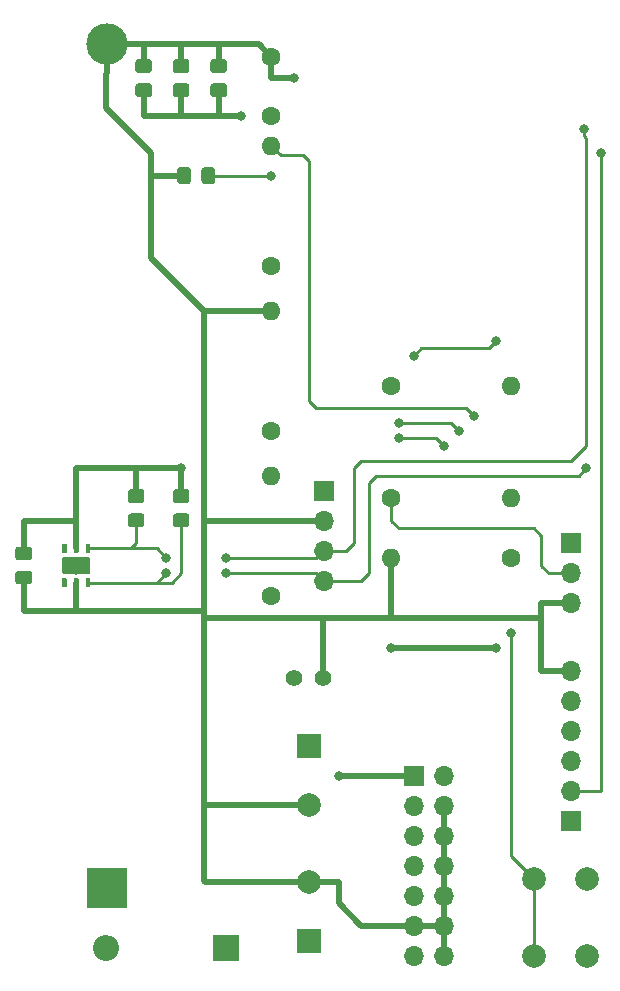
<source format=gbl>
G04 #@! TF.GenerationSoftware,KiCad,Pcbnew,(5.0.0-3-g5ebb6b6)*
G04 #@! TF.CreationDate,2018-08-02T21:25:15+02:00*
G04 #@! TF.ProjectId,esp32-sensornode,65737033322D73656E736F726E6F6465,rev?*
G04 #@! TF.SameCoordinates,Original*
G04 #@! TF.FileFunction,Copper,L2,Bot,Signal*
G04 #@! TF.FilePolarity,Positive*
%FSLAX46Y46*%
G04 Gerber Fmt 4.6, Leading zero omitted, Abs format (unit mm)*
G04 Created by KiCad (PCBNEW (5.0.0-3-g5ebb6b6)) date Thursday, 02 August 2018 at 21:25:15*
%MOMM*%
%LPD*%
G01*
G04 APERTURE LIST*
G04 #@! TA.AperFunction,ComponentPad*
%ADD10C,3.500000*%
G04 #@! TD*
G04 #@! TA.AperFunction,ComponentPad*
%ADD11R,3.500000X3.500000*%
G04 #@! TD*
G04 #@! TA.AperFunction,ComponentPad*
%ADD12C,1.400000*%
G04 #@! TD*
G04 #@! TA.AperFunction,ComponentPad*
%ADD13R,2.200000X2.200000*%
G04 #@! TD*
G04 #@! TA.AperFunction,ComponentPad*
%ADD14O,2.200000X2.200000*%
G04 #@! TD*
G04 #@! TA.AperFunction,ComponentPad*
%ADD15R,1.700000X1.700000*%
G04 #@! TD*
G04 #@! TA.AperFunction,ComponentPad*
%ADD16O,1.700000X1.700000*%
G04 #@! TD*
G04 #@! TA.AperFunction,ComponentPad*
%ADD17C,1.600000*%
G04 #@! TD*
G04 #@! TA.AperFunction,ComponentPad*
%ADD18O,1.600000X1.600000*%
G04 #@! TD*
G04 #@! TA.AperFunction,Conductor*
%ADD19C,0.100000*%
G04 #@! TD*
G04 #@! TA.AperFunction,SMDPad,CuDef*
%ADD20C,1.500000*%
G04 #@! TD*
G04 #@! TA.AperFunction,SMDPad,CuDef*
%ADD21C,0.400000*%
G04 #@! TD*
G04 #@! TA.AperFunction,ComponentPad*
%ADD22C,2.000000*%
G04 #@! TD*
G04 #@! TA.AperFunction,SMDPad,CuDef*
%ADD23C,1.150000*%
G04 #@! TD*
G04 #@! TA.AperFunction,ComponentPad*
%ADD24R,2.000000X2.000000*%
G04 #@! TD*
G04 #@! TA.AperFunction,ViaPad*
%ADD25C,0.800000*%
G04 #@! TD*
G04 #@! TA.AperFunction,Conductor*
%ADD26C,0.500000*%
G04 #@! TD*
G04 #@! TA.AperFunction,Conductor*
%ADD27C,0.250000*%
G04 #@! TD*
G04 APERTURE END LIST*
D10*
G04 #@! TO.P,BT1,2*
G04 #@! TO.N,GND*
X189280000Y-53650000D03*
D11*
G04 #@! TO.P,BT1,1*
G04 #@! TO.N,Net-(BT1-Pad1)*
X189280000Y-125050000D03*
G04 #@! TD*
D12*
G04 #@! TO.P,C3,1*
G04 #@! TO.N,VDD*
X205105000Y-107315000D03*
G04 #@! TO.P,C3,2*
G04 #@! TO.N,GND*
X207605000Y-107315000D03*
G04 #@! TD*
D13*
G04 #@! TO.P,D1,1*
G04 #@! TO.N,VDD*
X199390000Y-130175000D03*
D14*
G04 #@! TO.P,D1,2*
G04 #@! TO.N,Net-(BT1-Pad1)*
X189230000Y-130175000D03*
G04 #@! TD*
D15*
G04 #@! TO.P,J2,1*
G04 #@! TO.N,N/C*
X228600000Y-119380000D03*
D16*
G04 #@! TO.P,J2,2*
G04 #@! TO.N,/TX*
X228600000Y-116840000D03*
G04 #@! TO.P,J2,3*
G04 #@! TO.N,/RX*
X228600000Y-114300000D03*
G04 #@! TO.P,J2,4*
G04 #@! TO.N,N/C*
X228600000Y-111760000D03*
G04 #@! TO.P,J2,5*
X228600000Y-109220000D03*
G04 #@! TO.P,J2,6*
G04 #@! TO.N,GND*
X228600000Y-106680000D03*
G04 #@! TD*
D15*
G04 #@! TO.P,J3,1*
G04 #@! TO.N,VDD*
X207645000Y-91440000D03*
D16*
G04 #@! TO.P,J3,2*
G04 #@! TO.N,GND*
X207645000Y-93980000D03*
G04 #@! TO.P,J3,3*
G04 #@! TO.N,SCL*
X207645000Y-96520000D03*
G04 #@! TO.P,J3,4*
G04 #@! TO.N,SDA*
X207645000Y-99060000D03*
G04 #@! TD*
D15*
G04 #@! TO.P,J4,1*
G04 #@! TO.N,VDD*
X228600000Y-95885000D03*
D16*
G04 #@! TO.P,J4,2*
G04 #@! TO.N,Net-(J4-Pad2)*
X228600000Y-98425000D03*
G04 #@! TO.P,J4,3*
G04 #@! TO.N,GND*
X228600000Y-100965000D03*
G04 #@! TD*
D17*
G04 #@! TO.P,R1,1*
G04 #@! TO.N,VDD*
X203200000Y-72390000D03*
D18*
G04 #@! TO.P,R1,2*
G04 #@! TO.N,Net-(C1-Pad1)*
X203200000Y-62230000D03*
G04 #@! TD*
G04 #@! TO.P,R2,2*
G04 #@! TO.N,Net-(R2-Pad2)*
X223520000Y-82550000D03*
D17*
G04 #@! TO.P,R2,1*
G04 #@! TO.N,GND*
X213360000Y-82550000D03*
G04 #@! TD*
D18*
G04 #@! TO.P,R3,2*
G04 #@! TO.N,/BOOT*
X223520000Y-92075000D03*
D17*
G04 #@! TO.P,R3,1*
G04 #@! TO.N,Net-(J4-Pad2)*
X213360000Y-92075000D03*
G04 #@! TD*
G04 #@! TO.P,R6,1*
G04 #@! TO.N,VDD*
X203200000Y-100330000D03*
D18*
G04 #@! TO.P,R6,2*
G04 #@! TO.N,VCC_SENS*
X203200000Y-90170000D03*
G04 #@! TD*
D17*
G04 #@! TO.P,R7,1*
G04 #@! TO.N,VCC_SENS*
X203200000Y-86360000D03*
D18*
G04 #@! TO.P,R7,2*
G04 #@! TO.N,GND*
X203200000Y-76200000D03*
G04 #@! TD*
D19*
G04 #@! TO.N,N/C*
G04 #@! TO.C,U2*
G36*
X187664504Y-97041204D02*
X187688773Y-97044804D01*
X187712571Y-97050765D01*
X187735671Y-97059030D01*
X187757849Y-97069520D01*
X187778893Y-97082133D01*
X187798598Y-97096747D01*
X187816777Y-97113223D01*
X187833253Y-97131402D01*
X187847867Y-97151107D01*
X187860480Y-97172151D01*
X187870970Y-97194329D01*
X187879235Y-97217429D01*
X187885196Y-97241227D01*
X187888796Y-97265496D01*
X187890000Y-97290000D01*
X187890000Y-98290000D01*
X187888796Y-98314504D01*
X187885196Y-98338773D01*
X187879235Y-98362571D01*
X187870970Y-98385671D01*
X187860480Y-98407849D01*
X187847867Y-98428893D01*
X187833253Y-98448598D01*
X187816777Y-98466777D01*
X187798598Y-98483253D01*
X187778893Y-98497867D01*
X187757849Y-98510480D01*
X187735671Y-98520970D01*
X187712571Y-98529235D01*
X187688773Y-98535196D01*
X187664504Y-98538796D01*
X187640000Y-98540000D01*
X185740000Y-98540000D01*
X185715496Y-98538796D01*
X185691227Y-98535196D01*
X185667429Y-98529235D01*
X185644329Y-98520970D01*
X185622151Y-98510480D01*
X185601107Y-98497867D01*
X185581402Y-98483253D01*
X185563223Y-98466777D01*
X185546747Y-98448598D01*
X185532133Y-98428893D01*
X185519520Y-98407849D01*
X185509030Y-98385671D01*
X185500765Y-98362571D01*
X185494804Y-98338773D01*
X185491204Y-98314504D01*
X185490000Y-98290000D01*
X185490000Y-97290000D01*
X185491204Y-97265496D01*
X185494804Y-97241227D01*
X185500765Y-97217429D01*
X185509030Y-97194329D01*
X185519520Y-97172151D01*
X185532133Y-97151107D01*
X185546747Y-97131402D01*
X185563223Y-97113223D01*
X185581402Y-97096747D01*
X185601107Y-97082133D01*
X185622151Y-97069520D01*
X185644329Y-97059030D01*
X185667429Y-97050765D01*
X185691227Y-97044804D01*
X185715496Y-97041204D01*
X185740000Y-97040000D01*
X187640000Y-97040000D01*
X187664504Y-97041204D01*
X187664504Y-97041204D01*
G37*
D20*
G04 #@! TD*
G04 #@! TO.P,U2,7*
G04 #@! TO.N,N/C*
X186690000Y-97790000D03*
D19*
G04 #@! TO.N,SDA*
G04 #@! TO.C,U2*
G36*
X187799802Y-98840482D02*
X187809509Y-98841921D01*
X187819028Y-98844306D01*
X187828268Y-98847612D01*
X187837140Y-98851808D01*
X187845557Y-98856853D01*
X187853439Y-98862699D01*
X187860711Y-98869289D01*
X187867301Y-98876561D01*
X187873147Y-98884443D01*
X187878192Y-98892860D01*
X187882388Y-98901732D01*
X187885694Y-98910972D01*
X187888079Y-98920491D01*
X187889518Y-98930198D01*
X187890000Y-98940000D01*
X187890000Y-99540000D01*
X187889518Y-99549802D01*
X187888079Y-99559509D01*
X187885694Y-99569028D01*
X187882388Y-99578268D01*
X187878192Y-99587140D01*
X187873147Y-99595557D01*
X187867301Y-99603439D01*
X187860711Y-99610711D01*
X187853439Y-99617301D01*
X187845557Y-99623147D01*
X187837140Y-99628192D01*
X187828268Y-99632388D01*
X187819028Y-99635694D01*
X187809509Y-99638079D01*
X187799802Y-99639518D01*
X187790000Y-99640000D01*
X187590000Y-99640000D01*
X187580198Y-99639518D01*
X187570491Y-99638079D01*
X187560972Y-99635694D01*
X187551732Y-99632388D01*
X187542860Y-99628192D01*
X187534443Y-99623147D01*
X187526561Y-99617301D01*
X187519289Y-99610711D01*
X187512699Y-99603439D01*
X187506853Y-99595557D01*
X187501808Y-99587140D01*
X187497612Y-99578268D01*
X187494306Y-99569028D01*
X187491921Y-99559509D01*
X187490482Y-99549802D01*
X187490000Y-99540000D01*
X187490000Y-98940000D01*
X187490482Y-98930198D01*
X187491921Y-98920491D01*
X187494306Y-98910972D01*
X187497612Y-98901732D01*
X187501808Y-98892860D01*
X187506853Y-98884443D01*
X187512699Y-98876561D01*
X187519289Y-98869289D01*
X187526561Y-98862699D01*
X187534443Y-98856853D01*
X187542860Y-98851808D01*
X187551732Y-98847612D01*
X187560972Y-98844306D01*
X187570491Y-98841921D01*
X187580198Y-98840482D01*
X187590000Y-98840000D01*
X187790000Y-98840000D01*
X187799802Y-98840482D01*
X187799802Y-98840482D01*
G37*
D21*
G04 #@! TD*
G04 #@! TO.P,U2,1*
G04 #@! TO.N,SDA*
X187690000Y-99240000D03*
D19*
G04 #@! TO.N,GND*
G04 #@! TO.C,U2*
G36*
X186799802Y-98840482D02*
X186809509Y-98841921D01*
X186819028Y-98844306D01*
X186828268Y-98847612D01*
X186837140Y-98851808D01*
X186845557Y-98856853D01*
X186853439Y-98862699D01*
X186860711Y-98869289D01*
X186867301Y-98876561D01*
X186873147Y-98884443D01*
X186878192Y-98892860D01*
X186882388Y-98901732D01*
X186885694Y-98910972D01*
X186888079Y-98920491D01*
X186889518Y-98930198D01*
X186890000Y-98940000D01*
X186890000Y-99540000D01*
X186889518Y-99549802D01*
X186888079Y-99559509D01*
X186885694Y-99569028D01*
X186882388Y-99578268D01*
X186878192Y-99587140D01*
X186873147Y-99595557D01*
X186867301Y-99603439D01*
X186860711Y-99610711D01*
X186853439Y-99617301D01*
X186845557Y-99623147D01*
X186837140Y-99628192D01*
X186828268Y-99632388D01*
X186819028Y-99635694D01*
X186809509Y-99638079D01*
X186799802Y-99639518D01*
X186790000Y-99640000D01*
X186590000Y-99640000D01*
X186580198Y-99639518D01*
X186570491Y-99638079D01*
X186560972Y-99635694D01*
X186551732Y-99632388D01*
X186542860Y-99628192D01*
X186534443Y-99623147D01*
X186526561Y-99617301D01*
X186519289Y-99610711D01*
X186512699Y-99603439D01*
X186506853Y-99595557D01*
X186501808Y-99587140D01*
X186497612Y-99578268D01*
X186494306Y-99569028D01*
X186491921Y-99559509D01*
X186490482Y-99549802D01*
X186490000Y-99540000D01*
X186490000Y-98940000D01*
X186490482Y-98930198D01*
X186491921Y-98920491D01*
X186494306Y-98910972D01*
X186497612Y-98901732D01*
X186501808Y-98892860D01*
X186506853Y-98884443D01*
X186512699Y-98876561D01*
X186519289Y-98869289D01*
X186526561Y-98862699D01*
X186534443Y-98856853D01*
X186542860Y-98851808D01*
X186551732Y-98847612D01*
X186560972Y-98844306D01*
X186570491Y-98841921D01*
X186580198Y-98840482D01*
X186590000Y-98840000D01*
X186790000Y-98840000D01*
X186799802Y-98840482D01*
X186799802Y-98840482D01*
G37*
D21*
G04 #@! TD*
G04 #@! TO.P,U2,2*
G04 #@! TO.N,GND*
X186690000Y-99240000D03*
D19*
G04 #@! TO.N,N/C*
G04 #@! TO.C,U2*
G36*
X185799802Y-98840482D02*
X185809509Y-98841921D01*
X185819028Y-98844306D01*
X185828268Y-98847612D01*
X185837140Y-98851808D01*
X185845557Y-98856853D01*
X185853439Y-98862699D01*
X185860711Y-98869289D01*
X185867301Y-98876561D01*
X185873147Y-98884443D01*
X185878192Y-98892860D01*
X185882388Y-98901732D01*
X185885694Y-98910972D01*
X185888079Y-98920491D01*
X185889518Y-98930198D01*
X185890000Y-98940000D01*
X185890000Y-99540000D01*
X185889518Y-99549802D01*
X185888079Y-99559509D01*
X185885694Y-99569028D01*
X185882388Y-99578268D01*
X185878192Y-99587140D01*
X185873147Y-99595557D01*
X185867301Y-99603439D01*
X185860711Y-99610711D01*
X185853439Y-99617301D01*
X185845557Y-99623147D01*
X185837140Y-99628192D01*
X185828268Y-99632388D01*
X185819028Y-99635694D01*
X185809509Y-99638079D01*
X185799802Y-99639518D01*
X185790000Y-99640000D01*
X185590000Y-99640000D01*
X185580198Y-99639518D01*
X185570491Y-99638079D01*
X185560972Y-99635694D01*
X185551732Y-99632388D01*
X185542860Y-99628192D01*
X185534443Y-99623147D01*
X185526561Y-99617301D01*
X185519289Y-99610711D01*
X185512699Y-99603439D01*
X185506853Y-99595557D01*
X185501808Y-99587140D01*
X185497612Y-99578268D01*
X185494306Y-99569028D01*
X185491921Y-99559509D01*
X185490482Y-99549802D01*
X185490000Y-99540000D01*
X185490000Y-98940000D01*
X185490482Y-98930198D01*
X185491921Y-98920491D01*
X185494306Y-98910972D01*
X185497612Y-98901732D01*
X185501808Y-98892860D01*
X185506853Y-98884443D01*
X185512699Y-98876561D01*
X185519289Y-98869289D01*
X185526561Y-98862699D01*
X185534443Y-98856853D01*
X185542860Y-98851808D01*
X185551732Y-98847612D01*
X185560972Y-98844306D01*
X185570491Y-98841921D01*
X185580198Y-98840482D01*
X185590000Y-98840000D01*
X185790000Y-98840000D01*
X185799802Y-98840482D01*
X185799802Y-98840482D01*
G37*
D21*
G04 #@! TD*
G04 #@! TO.P,U2,3*
G04 #@! TO.N,N/C*
X185690000Y-99240000D03*
D19*
G04 #@! TO.N,N/C*
G04 #@! TO.C,U2*
G36*
X185799802Y-95940482D02*
X185809509Y-95941921D01*
X185819028Y-95944306D01*
X185828268Y-95947612D01*
X185837140Y-95951808D01*
X185845557Y-95956853D01*
X185853439Y-95962699D01*
X185860711Y-95969289D01*
X185867301Y-95976561D01*
X185873147Y-95984443D01*
X185878192Y-95992860D01*
X185882388Y-96001732D01*
X185885694Y-96010972D01*
X185888079Y-96020491D01*
X185889518Y-96030198D01*
X185890000Y-96040000D01*
X185890000Y-96640000D01*
X185889518Y-96649802D01*
X185888079Y-96659509D01*
X185885694Y-96669028D01*
X185882388Y-96678268D01*
X185878192Y-96687140D01*
X185873147Y-96695557D01*
X185867301Y-96703439D01*
X185860711Y-96710711D01*
X185853439Y-96717301D01*
X185845557Y-96723147D01*
X185837140Y-96728192D01*
X185828268Y-96732388D01*
X185819028Y-96735694D01*
X185809509Y-96738079D01*
X185799802Y-96739518D01*
X185790000Y-96740000D01*
X185590000Y-96740000D01*
X185580198Y-96739518D01*
X185570491Y-96738079D01*
X185560972Y-96735694D01*
X185551732Y-96732388D01*
X185542860Y-96728192D01*
X185534443Y-96723147D01*
X185526561Y-96717301D01*
X185519289Y-96710711D01*
X185512699Y-96703439D01*
X185506853Y-96695557D01*
X185501808Y-96687140D01*
X185497612Y-96678268D01*
X185494306Y-96669028D01*
X185491921Y-96659509D01*
X185490482Y-96649802D01*
X185490000Y-96640000D01*
X185490000Y-96040000D01*
X185490482Y-96030198D01*
X185491921Y-96020491D01*
X185494306Y-96010972D01*
X185497612Y-96001732D01*
X185501808Y-95992860D01*
X185506853Y-95984443D01*
X185512699Y-95976561D01*
X185519289Y-95969289D01*
X185526561Y-95962699D01*
X185534443Y-95956853D01*
X185542860Y-95951808D01*
X185551732Y-95947612D01*
X185560972Y-95944306D01*
X185570491Y-95941921D01*
X185580198Y-95940482D01*
X185590000Y-95940000D01*
X185790000Y-95940000D01*
X185799802Y-95940482D01*
X185799802Y-95940482D01*
G37*
D21*
G04 #@! TD*
G04 #@! TO.P,U2,4*
G04 #@! TO.N,N/C*
X185690000Y-96340000D03*
D19*
G04 #@! TO.N,VDD*
G04 #@! TO.C,U2*
G36*
X186799802Y-95940482D02*
X186809509Y-95941921D01*
X186819028Y-95944306D01*
X186828268Y-95947612D01*
X186837140Y-95951808D01*
X186845557Y-95956853D01*
X186853439Y-95962699D01*
X186860711Y-95969289D01*
X186867301Y-95976561D01*
X186873147Y-95984443D01*
X186878192Y-95992860D01*
X186882388Y-96001732D01*
X186885694Y-96010972D01*
X186888079Y-96020491D01*
X186889518Y-96030198D01*
X186890000Y-96040000D01*
X186890000Y-96640000D01*
X186889518Y-96649802D01*
X186888079Y-96659509D01*
X186885694Y-96669028D01*
X186882388Y-96678268D01*
X186878192Y-96687140D01*
X186873147Y-96695557D01*
X186867301Y-96703439D01*
X186860711Y-96710711D01*
X186853439Y-96717301D01*
X186845557Y-96723147D01*
X186837140Y-96728192D01*
X186828268Y-96732388D01*
X186819028Y-96735694D01*
X186809509Y-96738079D01*
X186799802Y-96739518D01*
X186790000Y-96740000D01*
X186590000Y-96740000D01*
X186580198Y-96739518D01*
X186570491Y-96738079D01*
X186560972Y-96735694D01*
X186551732Y-96732388D01*
X186542860Y-96728192D01*
X186534443Y-96723147D01*
X186526561Y-96717301D01*
X186519289Y-96710711D01*
X186512699Y-96703439D01*
X186506853Y-96695557D01*
X186501808Y-96687140D01*
X186497612Y-96678268D01*
X186494306Y-96669028D01*
X186491921Y-96659509D01*
X186490482Y-96649802D01*
X186490000Y-96640000D01*
X186490000Y-96040000D01*
X186490482Y-96030198D01*
X186491921Y-96020491D01*
X186494306Y-96010972D01*
X186497612Y-96001732D01*
X186501808Y-95992860D01*
X186506853Y-95984443D01*
X186512699Y-95976561D01*
X186519289Y-95969289D01*
X186526561Y-95962699D01*
X186534443Y-95956853D01*
X186542860Y-95951808D01*
X186551732Y-95947612D01*
X186560972Y-95944306D01*
X186570491Y-95941921D01*
X186580198Y-95940482D01*
X186590000Y-95940000D01*
X186790000Y-95940000D01*
X186799802Y-95940482D01*
X186799802Y-95940482D01*
G37*
D21*
G04 #@! TD*
G04 #@! TO.P,U2,5*
G04 #@! TO.N,VDD*
X186690000Y-96340000D03*
D19*
G04 #@! TO.N,SCL*
G04 #@! TO.C,U2*
G36*
X187799802Y-95940482D02*
X187809509Y-95941921D01*
X187819028Y-95944306D01*
X187828268Y-95947612D01*
X187837140Y-95951808D01*
X187845557Y-95956853D01*
X187853439Y-95962699D01*
X187860711Y-95969289D01*
X187867301Y-95976561D01*
X187873147Y-95984443D01*
X187878192Y-95992860D01*
X187882388Y-96001732D01*
X187885694Y-96010972D01*
X187888079Y-96020491D01*
X187889518Y-96030198D01*
X187890000Y-96040000D01*
X187890000Y-96640000D01*
X187889518Y-96649802D01*
X187888079Y-96659509D01*
X187885694Y-96669028D01*
X187882388Y-96678268D01*
X187878192Y-96687140D01*
X187873147Y-96695557D01*
X187867301Y-96703439D01*
X187860711Y-96710711D01*
X187853439Y-96717301D01*
X187845557Y-96723147D01*
X187837140Y-96728192D01*
X187828268Y-96732388D01*
X187819028Y-96735694D01*
X187809509Y-96738079D01*
X187799802Y-96739518D01*
X187790000Y-96740000D01*
X187590000Y-96740000D01*
X187580198Y-96739518D01*
X187570491Y-96738079D01*
X187560972Y-96735694D01*
X187551732Y-96732388D01*
X187542860Y-96728192D01*
X187534443Y-96723147D01*
X187526561Y-96717301D01*
X187519289Y-96710711D01*
X187512699Y-96703439D01*
X187506853Y-96695557D01*
X187501808Y-96687140D01*
X187497612Y-96678268D01*
X187494306Y-96669028D01*
X187491921Y-96659509D01*
X187490482Y-96649802D01*
X187490000Y-96640000D01*
X187490000Y-96040000D01*
X187490482Y-96030198D01*
X187491921Y-96020491D01*
X187494306Y-96010972D01*
X187497612Y-96001732D01*
X187501808Y-95992860D01*
X187506853Y-95984443D01*
X187512699Y-95976561D01*
X187519289Y-95969289D01*
X187526561Y-95962699D01*
X187534443Y-95956853D01*
X187542860Y-95951808D01*
X187551732Y-95947612D01*
X187560972Y-95944306D01*
X187570491Y-95941921D01*
X187580198Y-95940482D01*
X187590000Y-95940000D01*
X187790000Y-95940000D01*
X187799802Y-95940482D01*
X187799802Y-95940482D01*
G37*
D21*
G04 #@! TD*
G04 #@! TO.P,U2,6*
G04 #@! TO.N,SCL*
X187690000Y-96340000D03*
D22*
G04 #@! TO.P,SW1,2*
G04 #@! TO.N,Net-(C1-Pad1)*
X229925000Y-130810000D03*
G04 #@! TO.P,SW1,1*
G04 #@! TO.N,Net-(R8-Pad1)*
X225425000Y-130810000D03*
G04 #@! TO.P,SW1,2*
G04 #@! TO.N,Net-(C1-Pad1)*
X229925000Y-124310000D03*
G04 #@! TO.P,SW1,1*
G04 #@! TO.N,Net-(R8-Pad1)*
X225425000Y-124310000D03*
G04 #@! TD*
D17*
G04 #@! TO.P,R8,1*
G04 #@! TO.N,Net-(R8-Pad1)*
X223520000Y-97155000D03*
D18*
G04 #@! TO.P,R8,2*
G04 #@! TO.N,GND*
X213360000Y-97155000D03*
G04 #@! TD*
D19*
G04 #@! TO.N,VCC_SENS*
G04 #@! TO.C,C4*
G36*
X198224505Y-64071204D02*
X198248773Y-64074804D01*
X198272572Y-64080765D01*
X198295671Y-64089030D01*
X198317850Y-64099520D01*
X198338893Y-64112132D01*
X198358599Y-64126747D01*
X198376777Y-64143223D01*
X198393253Y-64161401D01*
X198407868Y-64181107D01*
X198420480Y-64202150D01*
X198430970Y-64224329D01*
X198439235Y-64247428D01*
X198445196Y-64271227D01*
X198448796Y-64295495D01*
X198450000Y-64319999D01*
X198450000Y-65220001D01*
X198448796Y-65244505D01*
X198445196Y-65268773D01*
X198439235Y-65292572D01*
X198430970Y-65315671D01*
X198420480Y-65337850D01*
X198407868Y-65358893D01*
X198393253Y-65378599D01*
X198376777Y-65396777D01*
X198358599Y-65413253D01*
X198338893Y-65427868D01*
X198317850Y-65440480D01*
X198295671Y-65450970D01*
X198272572Y-65459235D01*
X198248773Y-65465196D01*
X198224505Y-65468796D01*
X198200001Y-65470000D01*
X197549999Y-65470000D01*
X197525495Y-65468796D01*
X197501227Y-65465196D01*
X197477428Y-65459235D01*
X197454329Y-65450970D01*
X197432150Y-65440480D01*
X197411107Y-65427868D01*
X197391401Y-65413253D01*
X197373223Y-65396777D01*
X197356747Y-65378599D01*
X197342132Y-65358893D01*
X197329520Y-65337850D01*
X197319030Y-65315671D01*
X197310765Y-65292572D01*
X197304804Y-65268773D01*
X197301204Y-65244505D01*
X197300000Y-65220001D01*
X197300000Y-64319999D01*
X197301204Y-64295495D01*
X197304804Y-64271227D01*
X197310765Y-64247428D01*
X197319030Y-64224329D01*
X197329520Y-64202150D01*
X197342132Y-64181107D01*
X197356747Y-64161401D01*
X197373223Y-64143223D01*
X197391401Y-64126747D01*
X197411107Y-64112132D01*
X197432150Y-64099520D01*
X197454329Y-64089030D01*
X197477428Y-64080765D01*
X197501227Y-64074804D01*
X197525495Y-64071204D01*
X197549999Y-64070000D01*
X198200001Y-64070000D01*
X198224505Y-64071204D01*
X198224505Y-64071204D01*
G37*
D23*
G04 #@! TD*
G04 #@! TO.P,C4,1*
G04 #@! TO.N,VCC_SENS*
X197875000Y-64770000D03*
D19*
G04 #@! TO.N,GND*
G04 #@! TO.C,C4*
G36*
X196174505Y-64071204D02*
X196198773Y-64074804D01*
X196222572Y-64080765D01*
X196245671Y-64089030D01*
X196267850Y-64099520D01*
X196288893Y-64112132D01*
X196308599Y-64126747D01*
X196326777Y-64143223D01*
X196343253Y-64161401D01*
X196357868Y-64181107D01*
X196370480Y-64202150D01*
X196380970Y-64224329D01*
X196389235Y-64247428D01*
X196395196Y-64271227D01*
X196398796Y-64295495D01*
X196400000Y-64319999D01*
X196400000Y-65220001D01*
X196398796Y-65244505D01*
X196395196Y-65268773D01*
X196389235Y-65292572D01*
X196380970Y-65315671D01*
X196370480Y-65337850D01*
X196357868Y-65358893D01*
X196343253Y-65378599D01*
X196326777Y-65396777D01*
X196308599Y-65413253D01*
X196288893Y-65427868D01*
X196267850Y-65440480D01*
X196245671Y-65450970D01*
X196222572Y-65459235D01*
X196198773Y-65465196D01*
X196174505Y-65468796D01*
X196150001Y-65470000D01*
X195499999Y-65470000D01*
X195475495Y-65468796D01*
X195451227Y-65465196D01*
X195427428Y-65459235D01*
X195404329Y-65450970D01*
X195382150Y-65440480D01*
X195361107Y-65427868D01*
X195341401Y-65413253D01*
X195323223Y-65396777D01*
X195306747Y-65378599D01*
X195292132Y-65358893D01*
X195279520Y-65337850D01*
X195269030Y-65315671D01*
X195260765Y-65292572D01*
X195254804Y-65268773D01*
X195251204Y-65244505D01*
X195250000Y-65220001D01*
X195250000Y-64319999D01*
X195251204Y-64295495D01*
X195254804Y-64271227D01*
X195260765Y-64247428D01*
X195269030Y-64224329D01*
X195279520Y-64202150D01*
X195292132Y-64181107D01*
X195306747Y-64161401D01*
X195323223Y-64143223D01*
X195341401Y-64126747D01*
X195361107Y-64112132D01*
X195382150Y-64099520D01*
X195404329Y-64089030D01*
X195427428Y-64080765D01*
X195451227Y-64074804D01*
X195475495Y-64071204D01*
X195499999Y-64070000D01*
X196150001Y-64070000D01*
X196174505Y-64071204D01*
X196174505Y-64071204D01*
G37*
D23*
G04 #@! TD*
G04 #@! TO.P,C4,2*
G04 #@! TO.N,GND*
X195825000Y-64770000D03*
D19*
G04 #@! TO.N,VDD*
G04 #@! TO.C,C2*
G36*
X182719505Y-96191204D02*
X182743773Y-96194804D01*
X182767572Y-96200765D01*
X182790671Y-96209030D01*
X182812850Y-96219520D01*
X182833893Y-96232132D01*
X182853599Y-96246747D01*
X182871777Y-96263223D01*
X182888253Y-96281401D01*
X182902868Y-96301107D01*
X182915480Y-96322150D01*
X182925970Y-96344329D01*
X182934235Y-96367428D01*
X182940196Y-96391227D01*
X182943796Y-96415495D01*
X182945000Y-96439999D01*
X182945000Y-97090001D01*
X182943796Y-97114505D01*
X182940196Y-97138773D01*
X182934235Y-97162572D01*
X182925970Y-97185671D01*
X182915480Y-97207850D01*
X182902868Y-97228893D01*
X182888253Y-97248599D01*
X182871777Y-97266777D01*
X182853599Y-97283253D01*
X182833893Y-97297868D01*
X182812850Y-97310480D01*
X182790671Y-97320970D01*
X182767572Y-97329235D01*
X182743773Y-97335196D01*
X182719505Y-97338796D01*
X182695001Y-97340000D01*
X181794999Y-97340000D01*
X181770495Y-97338796D01*
X181746227Y-97335196D01*
X181722428Y-97329235D01*
X181699329Y-97320970D01*
X181677150Y-97310480D01*
X181656107Y-97297868D01*
X181636401Y-97283253D01*
X181618223Y-97266777D01*
X181601747Y-97248599D01*
X181587132Y-97228893D01*
X181574520Y-97207850D01*
X181564030Y-97185671D01*
X181555765Y-97162572D01*
X181549804Y-97138773D01*
X181546204Y-97114505D01*
X181545000Y-97090001D01*
X181545000Y-96439999D01*
X181546204Y-96415495D01*
X181549804Y-96391227D01*
X181555765Y-96367428D01*
X181564030Y-96344329D01*
X181574520Y-96322150D01*
X181587132Y-96301107D01*
X181601747Y-96281401D01*
X181618223Y-96263223D01*
X181636401Y-96246747D01*
X181656107Y-96232132D01*
X181677150Y-96219520D01*
X181699329Y-96209030D01*
X181722428Y-96200765D01*
X181746227Y-96194804D01*
X181770495Y-96191204D01*
X181794999Y-96190000D01*
X182695001Y-96190000D01*
X182719505Y-96191204D01*
X182719505Y-96191204D01*
G37*
D23*
G04 #@! TD*
G04 #@! TO.P,C2,1*
G04 #@! TO.N,VDD*
X182245000Y-96765000D03*
D19*
G04 #@! TO.N,GND*
G04 #@! TO.C,C2*
G36*
X182719505Y-98241204D02*
X182743773Y-98244804D01*
X182767572Y-98250765D01*
X182790671Y-98259030D01*
X182812850Y-98269520D01*
X182833893Y-98282132D01*
X182853599Y-98296747D01*
X182871777Y-98313223D01*
X182888253Y-98331401D01*
X182902868Y-98351107D01*
X182915480Y-98372150D01*
X182925970Y-98394329D01*
X182934235Y-98417428D01*
X182940196Y-98441227D01*
X182943796Y-98465495D01*
X182945000Y-98489999D01*
X182945000Y-99140001D01*
X182943796Y-99164505D01*
X182940196Y-99188773D01*
X182934235Y-99212572D01*
X182925970Y-99235671D01*
X182915480Y-99257850D01*
X182902868Y-99278893D01*
X182888253Y-99298599D01*
X182871777Y-99316777D01*
X182853599Y-99333253D01*
X182833893Y-99347868D01*
X182812850Y-99360480D01*
X182790671Y-99370970D01*
X182767572Y-99379235D01*
X182743773Y-99385196D01*
X182719505Y-99388796D01*
X182695001Y-99390000D01*
X181794999Y-99390000D01*
X181770495Y-99388796D01*
X181746227Y-99385196D01*
X181722428Y-99379235D01*
X181699329Y-99370970D01*
X181677150Y-99360480D01*
X181656107Y-99347868D01*
X181636401Y-99333253D01*
X181618223Y-99316777D01*
X181601747Y-99298599D01*
X181587132Y-99278893D01*
X181574520Y-99257850D01*
X181564030Y-99235671D01*
X181555765Y-99212572D01*
X181549804Y-99188773D01*
X181546204Y-99164505D01*
X181545000Y-99140001D01*
X181545000Y-98489999D01*
X181546204Y-98465495D01*
X181549804Y-98441227D01*
X181555765Y-98417428D01*
X181564030Y-98394329D01*
X181574520Y-98372150D01*
X181587132Y-98351107D01*
X181601747Y-98331401D01*
X181618223Y-98313223D01*
X181636401Y-98296747D01*
X181656107Y-98282132D01*
X181677150Y-98269520D01*
X181699329Y-98259030D01*
X181722428Y-98250765D01*
X181746227Y-98244804D01*
X181770495Y-98241204D01*
X181794999Y-98240000D01*
X182695001Y-98240000D01*
X182719505Y-98241204D01*
X182719505Y-98241204D01*
G37*
D23*
G04 #@! TD*
G04 #@! TO.P,C2,2*
G04 #@! TO.N,GND*
X182245000Y-98815000D03*
D15*
G04 #@! TO.P,J1,1*
G04 #@! TO.N,VDD*
X215265000Y-115570000D03*
D16*
G04 #@! TO.P,J1,2*
G04 #@! TO.N,N/C*
X217805000Y-115570000D03*
G04 #@! TO.P,J1,3*
G04 #@! TO.N,Net-(C1-Pad1)*
X215265000Y-118110000D03*
G04 #@! TO.P,J1,4*
G04 #@! TO.N,GND*
X217805000Y-118110000D03*
G04 #@! TO.P,J1,5*
G04 #@! TO.N,Net-(J1-Pad5)*
X215265000Y-120650000D03*
G04 #@! TO.P,J1,6*
G04 #@! TO.N,GND*
X217805000Y-120650000D03*
G04 #@! TO.P,J1,7*
G04 #@! TO.N,Net-(J1-Pad7)*
X215265000Y-123190000D03*
G04 #@! TO.P,J1,8*
G04 #@! TO.N,GND*
X217805000Y-123190000D03*
G04 #@! TO.P,J1,9*
G04 #@! TO.N,Net-(J1-Pad9)*
X215265000Y-125730000D03*
G04 #@! TO.P,J1,10*
G04 #@! TO.N,GND*
X217805000Y-125730000D03*
G04 #@! TO.P,J1,11*
X215265000Y-128270000D03*
G04 #@! TO.P,J1,12*
X217805000Y-128270000D03*
G04 #@! TO.P,J1,13*
G04 #@! TO.N,Net-(J1-Pad13)*
X215265000Y-130810000D03*
G04 #@! TO.P,J1,14*
G04 #@! TO.N,GND*
X217805000Y-130810000D03*
G04 #@! TD*
D19*
G04 #@! TO.N,SCL*
G04 #@! TO.C,R4*
G36*
X192244505Y-93378704D02*
X192268773Y-93382304D01*
X192292572Y-93388265D01*
X192315671Y-93396530D01*
X192337850Y-93407020D01*
X192358893Y-93419632D01*
X192378599Y-93434247D01*
X192396777Y-93450723D01*
X192413253Y-93468901D01*
X192427868Y-93488607D01*
X192440480Y-93509650D01*
X192450970Y-93531829D01*
X192459235Y-93554928D01*
X192465196Y-93578727D01*
X192468796Y-93602995D01*
X192470000Y-93627499D01*
X192470000Y-94277501D01*
X192468796Y-94302005D01*
X192465196Y-94326273D01*
X192459235Y-94350072D01*
X192450970Y-94373171D01*
X192440480Y-94395350D01*
X192427868Y-94416393D01*
X192413253Y-94436099D01*
X192396777Y-94454277D01*
X192378599Y-94470753D01*
X192358893Y-94485368D01*
X192337850Y-94497980D01*
X192315671Y-94508470D01*
X192292572Y-94516735D01*
X192268773Y-94522696D01*
X192244505Y-94526296D01*
X192220001Y-94527500D01*
X191319999Y-94527500D01*
X191295495Y-94526296D01*
X191271227Y-94522696D01*
X191247428Y-94516735D01*
X191224329Y-94508470D01*
X191202150Y-94497980D01*
X191181107Y-94485368D01*
X191161401Y-94470753D01*
X191143223Y-94454277D01*
X191126747Y-94436099D01*
X191112132Y-94416393D01*
X191099520Y-94395350D01*
X191089030Y-94373171D01*
X191080765Y-94350072D01*
X191074804Y-94326273D01*
X191071204Y-94302005D01*
X191070000Y-94277501D01*
X191070000Y-93627499D01*
X191071204Y-93602995D01*
X191074804Y-93578727D01*
X191080765Y-93554928D01*
X191089030Y-93531829D01*
X191099520Y-93509650D01*
X191112132Y-93488607D01*
X191126747Y-93468901D01*
X191143223Y-93450723D01*
X191161401Y-93434247D01*
X191181107Y-93419632D01*
X191202150Y-93407020D01*
X191224329Y-93396530D01*
X191247428Y-93388265D01*
X191271227Y-93382304D01*
X191295495Y-93378704D01*
X191319999Y-93377500D01*
X192220001Y-93377500D01*
X192244505Y-93378704D01*
X192244505Y-93378704D01*
G37*
D23*
G04 #@! TD*
G04 #@! TO.P,R4,2*
G04 #@! TO.N,SCL*
X191770000Y-93952500D03*
D19*
G04 #@! TO.N,VDD*
G04 #@! TO.C,R4*
G36*
X192244505Y-91328704D02*
X192268773Y-91332304D01*
X192292572Y-91338265D01*
X192315671Y-91346530D01*
X192337850Y-91357020D01*
X192358893Y-91369632D01*
X192378599Y-91384247D01*
X192396777Y-91400723D01*
X192413253Y-91418901D01*
X192427868Y-91438607D01*
X192440480Y-91459650D01*
X192450970Y-91481829D01*
X192459235Y-91504928D01*
X192465196Y-91528727D01*
X192468796Y-91552995D01*
X192470000Y-91577499D01*
X192470000Y-92227501D01*
X192468796Y-92252005D01*
X192465196Y-92276273D01*
X192459235Y-92300072D01*
X192450970Y-92323171D01*
X192440480Y-92345350D01*
X192427868Y-92366393D01*
X192413253Y-92386099D01*
X192396777Y-92404277D01*
X192378599Y-92420753D01*
X192358893Y-92435368D01*
X192337850Y-92447980D01*
X192315671Y-92458470D01*
X192292572Y-92466735D01*
X192268773Y-92472696D01*
X192244505Y-92476296D01*
X192220001Y-92477500D01*
X191319999Y-92477500D01*
X191295495Y-92476296D01*
X191271227Y-92472696D01*
X191247428Y-92466735D01*
X191224329Y-92458470D01*
X191202150Y-92447980D01*
X191181107Y-92435368D01*
X191161401Y-92420753D01*
X191143223Y-92404277D01*
X191126747Y-92386099D01*
X191112132Y-92366393D01*
X191099520Y-92345350D01*
X191089030Y-92323171D01*
X191080765Y-92300072D01*
X191074804Y-92276273D01*
X191071204Y-92252005D01*
X191070000Y-92227501D01*
X191070000Y-91577499D01*
X191071204Y-91552995D01*
X191074804Y-91528727D01*
X191080765Y-91504928D01*
X191089030Y-91481829D01*
X191099520Y-91459650D01*
X191112132Y-91438607D01*
X191126747Y-91418901D01*
X191143223Y-91400723D01*
X191161401Y-91384247D01*
X191181107Y-91369632D01*
X191202150Y-91357020D01*
X191224329Y-91346530D01*
X191247428Y-91338265D01*
X191271227Y-91332304D01*
X191295495Y-91328704D01*
X191319999Y-91327500D01*
X192220001Y-91327500D01*
X192244505Y-91328704D01*
X192244505Y-91328704D01*
G37*
D23*
G04 #@! TD*
G04 #@! TO.P,R4,1*
G04 #@! TO.N,VDD*
X191770000Y-91902500D03*
D19*
G04 #@! TO.N,VDD*
G04 #@! TO.C,R5*
G36*
X196054505Y-91328704D02*
X196078773Y-91332304D01*
X196102572Y-91338265D01*
X196125671Y-91346530D01*
X196147850Y-91357020D01*
X196168893Y-91369632D01*
X196188599Y-91384247D01*
X196206777Y-91400723D01*
X196223253Y-91418901D01*
X196237868Y-91438607D01*
X196250480Y-91459650D01*
X196260970Y-91481829D01*
X196269235Y-91504928D01*
X196275196Y-91528727D01*
X196278796Y-91552995D01*
X196280000Y-91577499D01*
X196280000Y-92227501D01*
X196278796Y-92252005D01*
X196275196Y-92276273D01*
X196269235Y-92300072D01*
X196260970Y-92323171D01*
X196250480Y-92345350D01*
X196237868Y-92366393D01*
X196223253Y-92386099D01*
X196206777Y-92404277D01*
X196188599Y-92420753D01*
X196168893Y-92435368D01*
X196147850Y-92447980D01*
X196125671Y-92458470D01*
X196102572Y-92466735D01*
X196078773Y-92472696D01*
X196054505Y-92476296D01*
X196030001Y-92477500D01*
X195129999Y-92477500D01*
X195105495Y-92476296D01*
X195081227Y-92472696D01*
X195057428Y-92466735D01*
X195034329Y-92458470D01*
X195012150Y-92447980D01*
X194991107Y-92435368D01*
X194971401Y-92420753D01*
X194953223Y-92404277D01*
X194936747Y-92386099D01*
X194922132Y-92366393D01*
X194909520Y-92345350D01*
X194899030Y-92323171D01*
X194890765Y-92300072D01*
X194884804Y-92276273D01*
X194881204Y-92252005D01*
X194880000Y-92227501D01*
X194880000Y-91577499D01*
X194881204Y-91552995D01*
X194884804Y-91528727D01*
X194890765Y-91504928D01*
X194899030Y-91481829D01*
X194909520Y-91459650D01*
X194922132Y-91438607D01*
X194936747Y-91418901D01*
X194953223Y-91400723D01*
X194971401Y-91384247D01*
X194991107Y-91369632D01*
X195012150Y-91357020D01*
X195034329Y-91346530D01*
X195057428Y-91338265D01*
X195081227Y-91332304D01*
X195105495Y-91328704D01*
X195129999Y-91327500D01*
X196030001Y-91327500D01*
X196054505Y-91328704D01*
X196054505Y-91328704D01*
G37*
D23*
G04 #@! TD*
G04 #@! TO.P,R5,1*
G04 #@! TO.N,VDD*
X195580000Y-91902500D03*
D19*
G04 #@! TO.N,SDA*
G04 #@! TO.C,R5*
G36*
X196054505Y-93378704D02*
X196078773Y-93382304D01*
X196102572Y-93388265D01*
X196125671Y-93396530D01*
X196147850Y-93407020D01*
X196168893Y-93419632D01*
X196188599Y-93434247D01*
X196206777Y-93450723D01*
X196223253Y-93468901D01*
X196237868Y-93488607D01*
X196250480Y-93509650D01*
X196260970Y-93531829D01*
X196269235Y-93554928D01*
X196275196Y-93578727D01*
X196278796Y-93602995D01*
X196280000Y-93627499D01*
X196280000Y-94277501D01*
X196278796Y-94302005D01*
X196275196Y-94326273D01*
X196269235Y-94350072D01*
X196260970Y-94373171D01*
X196250480Y-94395350D01*
X196237868Y-94416393D01*
X196223253Y-94436099D01*
X196206777Y-94454277D01*
X196188599Y-94470753D01*
X196168893Y-94485368D01*
X196147850Y-94497980D01*
X196125671Y-94508470D01*
X196102572Y-94516735D01*
X196078773Y-94522696D01*
X196054505Y-94526296D01*
X196030001Y-94527500D01*
X195129999Y-94527500D01*
X195105495Y-94526296D01*
X195081227Y-94522696D01*
X195057428Y-94516735D01*
X195034329Y-94508470D01*
X195012150Y-94497980D01*
X194991107Y-94485368D01*
X194971401Y-94470753D01*
X194953223Y-94454277D01*
X194936747Y-94436099D01*
X194922132Y-94416393D01*
X194909520Y-94395350D01*
X194899030Y-94373171D01*
X194890765Y-94350072D01*
X194884804Y-94326273D01*
X194881204Y-94302005D01*
X194880000Y-94277501D01*
X194880000Y-93627499D01*
X194881204Y-93602995D01*
X194884804Y-93578727D01*
X194890765Y-93554928D01*
X194899030Y-93531829D01*
X194909520Y-93509650D01*
X194922132Y-93488607D01*
X194936747Y-93468901D01*
X194953223Y-93450723D01*
X194971401Y-93434247D01*
X194991107Y-93419632D01*
X195012150Y-93407020D01*
X195034329Y-93396530D01*
X195057428Y-93388265D01*
X195081227Y-93382304D01*
X195105495Y-93378704D01*
X195129999Y-93377500D01*
X196030001Y-93377500D01*
X196054505Y-93378704D01*
X196054505Y-93378704D01*
G37*
D23*
G04 #@! TD*
G04 #@! TO.P,R5,2*
G04 #@! TO.N,SDA*
X195580000Y-93952500D03*
D17*
G04 #@! TO.P,C1,1*
G04 #@! TO.N,Net-(C1-Pad1)*
X203200000Y-59690000D03*
G04 #@! TO.P,C1,2*
G04 #@! TO.N,GND*
X203200000Y-54690000D03*
G04 #@! TD*
D24*
G04 #@! TO.P,C5,1*
G04 #@! TO.N,VDD*
X206375000Y-113030000D03*
D22*
G04 #@! TO.P,C5,2*
G04 #@! TO.N,GND*
X206375000Y-118030000D03*
G04 #@! TD*
G04 #@! TO.P,C6,2*
G04 #@! TO.N,GND*
X206375000Y-124540000D03*
D24*
G04 #@! TO.P,C6,1*
G04 #@! TO.N,VDD*
X206375000Y-129540000D03*
G04 #@! TD*
D19*
G04 #@! TO.N,VDD*
G04 #@! TO.C,C7*
G36*
X192879505Y-56966204D02*
X192903773Y-56969804D01*
X192927572Y-56975765D01*
X192950671Y-56984030D01*
X192972850Y-56994520D01*
X192993893Y-57007132D01*
X193013599Y-57021747D01*
X193031777Y-57038223D01*
X193048253Y-57056401D01*
X193062868Y-57076107D01*
X193075480Y-57097150D01*
X193085970Y-57119329D01*
X193094235Y-57142428D01*
X193100196Y-57166227D01*
X193103796Y-57190495D01*
X193105000Y-57214999D01*
X193105000Y-57865001D01*
X193103796Y-57889505D01*
X193100196Y-57913773D01*
X193094235Y-57937572D01*
X193085970Y-57960671D01*
X193075480Y-57982850D01*
X193062868Y-58003893D01*
X193048253Y-58023599D01*
X193031777Y-58041777D01*
X193013599Y-58058253D01*
X192993893Y-58072868D01*
X192972850Y-58085480D01*
X192950671Y-58095970D01*
X192927572Y-58104235D01*
X192903773Y-58110196D01*
X192879505Y-58113796D01*
X192855001Y-58115000D01*
X191954999Y-58115000D01*
X191930495Y-58113796D01*
X191906227Y-58110196D01*
X191882428Y-58104235D01*
X191859329Y-58095970D01*
X191837150Y-58085480D01*
X191816107Y-58072868D01*
X191796401Y-58058253D01*
X191778223Y-58041777D01*
X191761747Y-58023599D01*
X191747132Y-58003893D01*
X191734520Y-57982850D01*
X191724030Y-57960671D01*
X191715765Y-57937572D01*
X191709804Y-57913773D01*
X191706204Y-57889505D01*
X191705000Y-57865001D01*
X191705000Y-57214999D01*
X191706204Y-57190495D01*
X191709804Y-57166227D01*
X191715765Y-57142428D01*
X191724030Y-57119329D01*
X191734520Y-57097150D01*
X191747132Y-57076107D01*
X191761747Y-57056401D01*
X191778223Y-57038223D01*
X191796401Y-57021747D01*
X191816107Y-57007132D01*
X191837150Y-56994520D01*
X191859329Y-56984030D01*
X191882428Y-56975765D01*
X191906227Y-56969804D01*
X191930495Y-56966204D01*
X191954999Y-56965000D01*
X192855001Y-56965000D01*
X192879505Y-56966204D01*
X192879505Y-56966204D01*
G37*
D23*
G04 #@! TD*
G04 #@! TO.P,C7,1*
G04 #@! TO.N,VDD*
X192405000Y-57540000D03*
D19*
G04 #@! TO.N,GND*
G04 #@! TO.C,C7*
G36*
X192879505Y-54916204D02*
X192903773Y-54919804D01*
X192927572Y-54925765D01*
X192950671Y-54934030D01*
X192972850Y-54944520D01*
X192993893Y-54957132D01*
X193013599Y-54971747D01*
X193031777Y-54988223D01*
X193048253Y-55006401D01*
X193062868Y-55026107D01*
X193075480Y-55047150D01*
X193085970Y-55069329D01*
X193094235Y-55092428D01*
X193100196Y-55116227D01*
X193103796Y-55140495D01*
X193105000Y-55164999D01*
X193105000Y-55815001D01*
X193103796Y-55839505D01*
X193100196Y-55863773D01*
X193094235Y-55887572D01*
X193085970Y-55910671D01*
X193075480Y-55932850D01*
X193062868Y-55953893D01*
X193048253Y-55973599D01*
X193031777Y-55991777D01*
X193013599Y-56008253D01*
X192993893Y-56022868D01*
X192972850Y-56035480D01*
X192950671Y-56045970D01*
X192927572Y-56054235D01*
X192903773Y-56060196D01*
X192879505Y-56063796D01*
X192855001Y-56065000D01*
X191954999Y-56065000D01*
X191930495Y-56063796D01*
X191906227Y-56060196D01*
X191882428Y-56054235D01*
X191859329Y-56045970D01*
X191837150Y-56035480D01*
X191816107Y-56022868D01*
X191796401Y-56008253D01*
X191778223Y-55991777D01*
X191761747Y-55973599D01*
X191747132Y-55953893D01*
X191734520Y-55932850D01*
X191724030Y-55910671D01*
X191715765Y-55887572D01*
X191709804Y-55863773D01*
X191706204Y-55839505D01*
X191705000Y-55815001D01*
X191705000Y-55164999D01*
X191706204Y-55140495D01*
X191709804Y-55116227D01*
X191715765Y-55092428D01*
X191724030Y-55069329D01*
X191734520Y-55047150D01*
X191747132Y-55026107D01*
X191761747Y-55006401D01*
X191778223Y-54988223D01*
X191796401Y-54971747D01*
X191816107Y-54957132D01*
X191837150Y-54944520D01*
X191859329Y-54934030D01*
X191882428Y-54925765D01*
X191906227Y-54919804D01*
X191930495Y-54916204D01*
X191954999Y-54915000D01*
X192855001Y-54915000D01*
X192879505Y-54916204D01*
X192879505Y-54916204D01*
G37*
D23*
G04 #@! TD*
G04 #@! TO.P,C7,2*
G04 #@! TO.N,GND*
X192405000Y-55490000D03*
D19*
G04 #@! TO.N,GND*
G04 #@! TO.C,C8*
G36*
X196054505Y-54916204D02*
X196078773Y-54919804D01*
X196102572Y-54925765D01*
X196125671Y-54934030D01*
X196147850Y-54944520D01*
X196168893Y-54957132D01*
X196188599Y-54971747D01*
X196206777Y-54988223D01*
X196223253Y-55006401D01*
X196237868Y-55026107D01*
X196250480Y-55047150D01*
X196260970Y-55069329D01*
X196269235Y-55092428D01*
X196275196Y-55116227D01*
X196278796Y-55140495D01*
X196280000Y-55164999D01*
X196280000Y-55815001D01*
X196278796Y-55839505D01*
X196275196Y-55863773D01*
X196269235Y-55887572D01*
X196260970Y-55910671D01*
X196250480Y-55932850D01*
X196237868Y-55953893D01*
X196223253Y-55973599D01*
X196206777Y-55991777D01*
X196188599Y-56008253D01*
X196168893Y-56022868D01*
X196147850Y-56035480D01*
X196125671Y-56045970D01*
X196102572Y-56054235D01*
X196078773Y-56060196D01*
X196054505Y-56063796D01*
X196030001Y-56065000D01*
X195129999Y-56065000D01*
X195105495Y-56063796D01*
X195081227Y-56060196D01*
X195057428Y-56054235D01*
X195034329Y-56045970D01*
X195012150Y-56035480D01*
X194991107Y-56022868D01*
X194971401Y-56008253D01*
X194953223Y-55991777D01*
X194936747Y-55973599D01*
X194922132Y-55953893D01*
X194909520Y-55932850D01*
X194899030Y-55910671D01*
X194890765Y-55887572D01*
X194884804Y-55863773D01*
X194881204Y-55839505D01*
X194880000Y-55815001D01*
X194880000Y-55164999D01*
X194881204Y-55140495D01*
X194884804Y-55116227D01*
X194890765Y-55092428D01*
X194899030Y-55069329D01*
X194909520Y-55047150D01*
X194922132Y-55026107D01*
X194936747Y-55006401D01*
X194953223Y-54988223D01*
X194971401Y-54971747D01*
X194991107Y-54957132D01*
X195012150Y-54944520D01*
X195034329Y-54934030D01*
X195057428Y-54925765D01*
X195081227Y-54919804D01*
X195105495Y-54916204D01*
X195129999Y-54915000D01*
X196030001Y-54915000D01*
X196054505Y-54916204D01*
X196054505Y-54916204D01*
G37*
D23*
G04 #@! TD*
G04 #@! TO.P,C8,2*
G04 #@! TO.N,GND*
X195580000Y-55490000D03*
D19*
G04 #@! TO.N,VDD*
G04 #@! TO.C,C8*
G36*
X196054505Y-56966204D02*
X196078773Y-56969804D01*
X196102572Y-56975765D01*
X196125671Y-56984030D01*
X196147850Y-56994520D01*
X196168893Y-57007132D01*
X196188599Y-57021747D01*
X196206777Y-57038223D01*
X196223253Y-57056401D01*
X196237868Y-57076107D01*
X196250480Y-57097150D01*
X196260970Y-57119329D01*
X196269235Y-57142428D01*
X196275196Y-57166227D01*
X196278796Y-57190495D01*
X196280000Y-57214999D01*
X196280000Y-57865001D01*
X196278796Y-57889505D01*
X196275196Y-57913773D01*
X196269235Y-57937572D01*
X196260970Y-57960671D01*
X196250480Y-57982850D01*
X196237868Y-58003893D01*
X196223253Y-58023599D01*
X196206777Y-58041777D01*
X196188599Y-58058253D01*
X196168893Y-58072868D01*
X196147850Y-58085480D01*
X196125671Y-58095970D01*
X196102572Y-58104235D01*
X196078773Y-58110196D01*
X196054505Y-58113796D01*
X196030001Y-58115000D01*
X195129999Y-58115000D01*
X195105495Y-58113796D01*
X195081227Y-58110196D01*
X195057428Y-58104235D01*
X195034329Y-58095970D01*
X195012150Y-58085480D01*
X194991107Y-58072868D01*
X194971401Y-58058253D01*
X194953223Y-58041777D01*
X194936747Y-58023599D01*
X194922132Y-58003893D01*
X194909520Y-57982850D01*
X194899030Y-57960671D01*
X194890765Y-57937572D01*
X194884804Y-57913773D01*
X194881204Y-57889505D01*
X194880000Y-57865001D01*
X194880000Y-57214999D01*
X194881204Y-57190495D01*
X194884804Y-57166227D01*
X194890765Y-57142428D01*
X194899030Y-57119329D01*
X194909520Y-57097150D01*
X194922132Y-57076107D01*
X194936747Y-57056401D01*
X194953223Y-57038223D01*
X194971401Y-57021747D01*
X194991107Y-57007132D01*
X195012150Y-56994520D01*
X195034329Y-56984030D01*
X195057428Y-56975765D01*
X195081227Y-56969804D01*
X195105495Y-56966204D01*
X195129999Y-56965000D01*
X196030001Y-56965000D01*
X196054505Y-56966204D01*
X196054505Y-56966204D01*
G37*
D23*
G04 #@! TD*
G04 #@! TO.P,C8,1*
G04 #@! TO.N,VDD*
X195580000Y-57540000D03*
D19*
G04 #@! TO.N,VDD*
G04 #@! TO.C,C9*
G36*
X199229505Y-56966204D02*
X199253773Y-56969804D01*
X199277572Y-56975765D01*
X199300671Y-56984030D01*
X199322850Y-56994520D01*
X199343893Y-57007132D01*
X199363599Y-57021747D01*
X199381777Y-57038223D01*
X199398253Y-57056401D01*
X199412868Y-57076107D01*
X199425480Y-57097150D01*
X199435970Y-57119329D01*
X199444235Y-57142428D01*
X199450196Y-57166227D01*
X199453796Y-57190495D01*
X199455000Y-57214999D01*
X199455000Y-57865001D01*
X199453796Y-57889505D01*
X199450196Y-57913773D01*
X199444235Y-57937572D01*
X199435970Y-57960671D01*
X199425480Y-57982850D01*
X199412868Y-58003893D01*
X199398253Y-58023599D01*
X199381777Y-58041777D01*
X199363599Y-58058253D01*
X199343893Y-58072868D01*
X199322850Y-58085480D01*
X199300671Y-58095970D01*
X199277572Y-58104235D01*
X199253773Y-58110196D01*
X199229505Y-58113796D01*
X199205001Y-58115000D01*
X198304999Y-58115000D01*
X198280495Y-58113796D01*
X198256227Y-58110196D01*
X198232428Y-58104235D01*
X198209329Y-58095970D01*
X198187150Y-58085480D01*
X198166107Y-58072868D01*
X198146401Y-58058253D01*
X198128223Y-58041777D01*
X198111747Y-58023599D01*
X198097132Y-58003893D01*
X198084520Y-57982850D01*
X198074030Y-57960671D01*
X198065765Y-57937572D01*
X198059804Y-57913773D01*
X198056204Y-57889505D01*
X198055000Y-57865001D01*
X198055000Y-57214999D01*
X198056204Y-57190495D01*
X198059804Y-57166227D01*
X198065765Y-57142428D01*
X198074030Y-57119329D01*
X198084520Y-57097150D01*
X198097132Y-57076107D01*
X198111747Y-57056401D01*
X198128223Y-57038223D01*
X198146401Y-57021747D01*
X198166107Y-57007132D01*
X198187150Y-56994520D01*
X198209329Y-56984030D01*
X198232428Y-56975765D01*
X198256227Y-56969804D01*
X198280495Y-56966204D01*
X198304999Y-56965000D01*
X199205001Y-56965000D01*
X199229505Y-56966204D01*
X199229505Y-56966204D01*
G37*
D23*
G04 #@! TD*
G04 #@! TO.P,C9,1*
G04 #@! TO.N,VDD*
X198755000Y-57540000D03*
D19*
G04 #@! TO.N,GND*
G04 #@! TO.C,C9*
G36*
X199229505Y-54916204D02*
X199253773Y-54919804D01*
X199277572Y-54925765D01*
X199300671Y-54934030D01*
X199322850Y-54944520D01*
X199343893Y-54957132D01*
X199363599Y-54971747D01*
X199381777Y-54988223D01*
X199398253Y-55006401D01*
X199412868Y-55026107D01*
X199425480Y-55047150D01*
X199435970Y-55069329D01*
X199444235Y-55092428D01*
X199450196Y-55116227D01*
X199453796Y-55140495D01*
X199455000Y-55164999D01*
X199455000Y-55815001D01*
X199453796Y-55839505D01*
X199450196Y-55863773D01*
X199444235Y-55887572D01*
X199435970Y-55910671D01*
X199425480Y-55932850D01*
X199412868Y-55953893D01*
X199398253Y-55973599D01*
X199381777Y-55991777D01*
X199363599Y-56008253D01*
X199343893Y-56022868D01*
X199322850Y-56035480D01*
X199300671Y-56045970D01*
X199277572Y-56054235D01*
X199253773Y-56060196D01*
X199229505Y-56063796D01*
X199205001Y-56065000D01*
X198304999Y-56065000D01*
X198280495Y-56063796D01*
X198256227Y-56060196D01*
X198232428Y-56054235D01*
X198209329Y-56045970D01*
X198187150Y-56035480D01*
X198166107Y-56022868D01*
X198146401Y-56008253D01*
X198128223Y-55991777D01*
X198111747Y-55973599D01*
X198097132Y-55953893D01*
X198084520Y-55932850D01*
X198074030Y-55910671D01*
X198065765Y-55887572D01*
X198059804Y-55863773D01*
X198056204Y-55839505D01*
X198055000Y-55815001D01*
X198055000Y-55164999D01*
X198056204Y-55140495D01*
X198059804Y-55116227D01*
X198065765Y-55092428D01*
X198074030Y-55069329D01*
X198084520Y-55047150D01*
X198097132Y-55026107D01*
X198111747Y-55006401D01*
X198128223Y-54988223D01*
X198146401Y-54971747D01*
X198166107Y-54957132D01*
X198187150Y-54944520D01*
X198209329Y-54934030D01*
X198232428Y-54925765D01*
X198256227Y-54919804D01*
X198280495Y-54916204D01*
X198304999Y-54915000D01*
X199205001Y-54915000D01*
X199229505Y-54916204D01*
X199229505Y-54916204D01*
G37*
D23*
G04 #@! TD*
G04 #@! TO.P,C9,2*
G04 #@! TO.N,GND*
X198755000Y-55490000D03*
D25*
G04 #@! TO.N,GND*
X205105000Y-56515000D03*
G04 #@! TO.N,Net-(C1-Pad1)*
X220345000Y-85090000D03*
G04 #@! TO.N,Net-(J1-Pad5)*
X213995000Y-85725000D03*
X219075000Y-86360000D03*
G04 #@! TO.N,Net-(J1-Pad7)*
X213995000Y-86995000D03*
X217805000Y-87630000D03*
G04 #@! TO.N,Net-(J1-Pad13)*
X222250000Y-78740000D03*
X215265000Y-80010000D03*
G04 #@! TO.N,VCC_SENS*
X203200000Y-64770000D03*
G04 #@! TO.N,/TX*
X231140000Y-62865000D03*
G04 #@! TO.N,Net-(R8-Pad1)*
X223520000Y-103505000D03*
G04 #@! TO.N,SCL*
X194310000Y-97155000D03*
X199390000Y-97155000D03*
X229700000Y-60790000D03*
G04 #@! TO.N,SDA*
X194310000Y-98425000D03*
X199390000Y-98425000D03*
X229870000Y-89535000D03*
G04 #@! TO.N,VDD*
X195580000Y-89535000D03*
X222250000Y-104775000D03*
X213360000Y-104775000D03*
X208915000Y-115570000D03*
X200660000Y-59690000D03*
G04 #@! TD*
D26*
G04 #@! TO.N,GND*
X215265000Y-128270000D02*
X217805000Y-128270000D01*
X217805000Y-128270000D02*
X217805000Y-130810000D01*
X217805000Y-128270000D02*
X217805000Y-125730000D01*
X217805000Y-125730000D02*
X217805000Y-123190000D01*
X217805000Y-123190000D02*
X217805000Y-120650000D01*
X217805000Y-120650000D02*
X217805000Y-118110000D01*
X213360000Y-102235000D02*
X213360000Y-97155000D01*
X226060000Y-100965000D02*
X228600000Y-100965000D01*
X226060000Y-106680000D02*
X226060000Y-102235000D01*
X226060000Y-102235000D02*
X226060000Y-100965000D01*
X228600000Y-106680000D02*
X226060000Y-106680000D01*
X197485000Y-76200000D02*
X203200000Y-76200000D01*
X197485000Y-76200000D02*
X197485000Y-93980000D01*
X182245000Y-98815000D02*
X182245000Y-101600000D01*
X182245000Y-101600000D02*
X186690000Y-101600000D01*
X186690000Y-101600000D02*
X186690000Y-99240000D01*
X186690000Y-101600000D02*
X197485000Y-101600000D01*
X197485000Y-101600000D02*
X197485000Y-102235000D01*
X197485000Y-93980000D02*
X197485000Y-101600000D01*
X207645000Y-93980000D02*
X197485000Y-93980000D01*
X226060000Y-102235000D02*
X213360000Y-102235000D01*
X203200000Y-56515000D02*
X203200000Y-54690000D01*
X203200000Y-56515000D02*
X205105000Y-56515000D01*
X197565000Y-124540000D02*
X206375000Y-124540000D01*
X197485000Y-124460000D02*
X197565000Y-124540000D01*
X197565000Y-118030000D02*
X197485000Y-118110000D01*
X206375000Y-118030000D02*
X197565000Y-118030000D01*
X197485000Y-118110000D02*
X197485000Y-124460000D01*
X197485000Y-102235000D02*
X197485000Y-118110000D01*
X206375000Y-124540000D02*
X208835000Y-124540000D01*
X208835000Y-124540000D02*
X208915000Y-124620000D01*
X208915000Y-124620000D02*
X208915000Y-126365000D01*
X210820000Y-128270000D02*
X215265000Y-128270000D01*
X208915000Y-126365000D02*
X210820000Y-128270000D01*
X207605000Y-107315000D02*
X207605000Y-102275000D01*
X207605000Y-102275000D02*
X207645000Y-102235000D01*
X207645000Y-102235000D02*
X197485000Y-102235000D01*
X213360000Y-102235000D02*
X207645000Y-102235000D01*
X202160000Y-53650000D02*
X203200000Y-54690000D01*
X192405000Y-53650000D02*
X192405000Y-55490000D01*
X189280000Y-53650000D02*
X192405000Y-53650000D01*
X195580000Y-53650000D02*
X195580000Y-55490000D01*
X192405000Y-53650000D02*
X195580000Y-53650000D01*
X195580000Y-53650000D02*
X198755000Y-53650000D01*
X198755000Y-53650000D02*
X198755000Y-55490000D01*
X198755000Y-53650000D02*
X202160000Y-53650000D01*
X189280000Y-56124873D02*
X189230000Y-56174873D01*
X189280000Y-53650000D02*
X189280000Y-56124873D01*
X189230000Y-56174873D02*
X189230000Y-59055000D01*
X189230000Y-59055000D02*
X193040000Y-62865000D01*
X193040000Y-71755000D02*
X197485000Y-76200000D01*
X195825000Y-64770000D02*
X193040000Y-64770000D01*
X193040000Y-64770000D02*
X193040000Y-71755000D01*
X193040000Y-62865000D02*
X193040000Y-64770000D01*
D27*
G04 #@! TO.N,Net-(C1-Pad1)*
X203999999Y-63029999D02*
X203200000Y-62230000D01*
X205904999Y-63029999D02*
X203999999Y-63029999D01*
X206375000Y-63500000D02*
X205904999Y-63029999D01*
X206375000Y-83820000D02*
X206375000Y-63500000D01*
X207010000Y-84455000D02*
X206375000Y-83820000D01*
X219710000Y-84455000D02*
X207010000Y-84455000D01*
X220345000Y-85090000D02*
X219710000Y-84455000D01*
G04 #@! TO.N,Net-(J1-Pad5)*
X218440000Y-85725000D02*
X219075000Y-86360000D01*
X213995000Y-85725000D02*
X218440000Y-85725000D01*
G04 #@! TO.N,Net-(J1-Pad7)*
X213995000Y-86995000D02*
X217170000Y-86995000D01*
X217170000Y-86995000D02*
X217805000Y-87630000D01*
G04 #@! TO.N,Net-(J1-Pad13)*
X222250000Y-78740000D02*
X221615000Y-79375000D01*
X221615000Y-79375000D02*
X215900000Y-79375000D01*
X215900000Y-79375000D02*
X215265000Y-80010000D01*
G04 #@! TO.N,Net-(J4-Pad2)*
X226060000Y-95250000D02*
X225425000Y-94615000D01*
X225425000Y-94615000D02*
X213995000Y-94615000D01*
X213995000Y-94615000D02*
X213360000Y-93980000D01*
X213360000Y-93980000D02*
X213360000Y-92075000D01*
X226060000Y-95250000D02*
X226060000Y-97790000D01*
X226060000Y-97790000D02*
X226695000Y-98425000D01*
X226695000Y-98425000D02*
X228600000Y-98425000D01*
G04 #@! TO.N,VCC_SENS*
X203200000Y-64770000D02*
X197875000Y-64770000D01*
G04 #@! TO.N,/TX*
X228600000Y-116840000D02*
X231140000Y-116840000D01*
X231140000Y-62865000D02*
X231140000Y-68580000D01*
X231140000Y-68580000D02*
X231140000Y-93980000D01*
X231140000Y-93980000D02*
X231140000Y-116840000D01*
G04 #@! TO.N,Net-(R8-Pad1)*
X223520000Y-122405000D02*
X225425000Y-124310000D01*
X223520000Y-103505000D02*
X223520000Y-122405000D01*
X225425000Y-129395787D02*
X225425000Y-124310000D01*
X225425000Y-130810000D02*
X225425000Y-129395787D01*
G04 #@! TO.N,SCL*
X191765010Y-96340000D02*
X191315000Y-96340000D01*
X191765010Y-96340000D02*
X193224991Y-96340000D01*
X193224991Y-96340000D02*
X193495000Y-96340000D01*
X193495000Y-96340000D02*
X194310000Y-97155000D01*
X207010000Y-97155000D02*
X207645000Y-96520000D01*
X199390000Y-97155000D02*
X207010000Y-97155000D01*
X209550000Y-96520000D02*
X207645000Y-96520000D01*
X210185000Y-95885000D02*
X209550000Y-96520000D01*
X229870000Y-61595000D02*
X229870000Y-86360000D01*
X229700000Y-61425000D02*
X229870000Y-61595000D01*
X229700000Y-60790000D02*
X229700000Y-61425000D01*
X229870000Y-87630000D02*
X229870000Y-86360000D01*
X191135000Y-96340000D02*
X191315000Y-96340000D01*
X187690000Y-96340000D02*
X191135000Y-96340000D01*
X191135000Y-96340000D02*
X191765010Y-96340000D01*
X191770000Y-95885000D02*
X191770000Y-93952500D01*
X191315000Y-96340000D02*
X191770000Y-95885000D01*
X210185000Y-95885000D02*
X210185000Y-89535000D01*
X210185000Y-89535000D02*
X210820000Y-88900000D01*
X210820000Y-88900000D02*
X228600000Y-88900000D01*
X228600000Y-88900000D02*
X229870000Y-87630000D01*
G04 #@! TO.N,SDA*
X195580000Y-98425000D02*
X195580000Y-94415000D01*
X194765000Y-99240000D02*
X195580000Y-98425000D01*
X193675000Y-99240000D02*
X194765000Y-99240000D01*
X193040000Y-99240000D02*
X193495000Y-99240000D01*
X187690000Y-99240000D02*
X193040000Y-99240000D01*
X193040000Y-99240000D02*
X193675000Y-99240000D01*
X193495000Y-99240000D02*
X194310000Y-98425000D01*
X207010000Y-98425000D02*
X207645000Y-99060000D01*
X199390000Y-98425000D02*
X207010000Y-98425000D01*
X229235000Y-90170000D02*
X229870000Y-89535000D01*
X207645000Y-99060000D02*
X210820000Y-99060000D01*
X211455000Y-90805000D02*
X212090000Y-90170000D01*
X210820000Y-99060000D02*
X211455000Y-98425000D01*
X212090000Y-90170000D02*
X229235000Y-90170000D01*
X211455000Y-98425000D02*
X211455000Y-90805000D01*
D26*
G04 #@! TO.N,VDD*
X213360000Y-104775000D02*
X222250000Y-104775000D01*
X215265000Y-115570000D02*
X208915000Y-115570000D01*
X195580000Y-89535000D02*
X195580000Y-91902500D01*
X195580000Y-89535000D02*
X191770000Y-89535000D01*
X191770000Y-89535000D02*
X191770000Y-91902500D01*
X186690000Y-96340000D02*
X186690000Y-93980000D01*
X186690000Y-93980000D02*
X182245000Y-93980000D01*
X182245000Y-93980000D02*
X182245000Y-96765000D01*
X186690000Y-93980000D02*
X186690000Y-89535000D01*
X191770000Y-89535000D02*
X186690000Y-89535000D01*
X192405000Y-59690000D02*
X192405000Y-57540000D01*
X195580000Y-59690000D02*
X195580000Y-57540000D01*
X195580000Y-59690000D02*
X192405000Y-59690000D01*
X198755000Y-59690000D02*
X198755000Y-57540000D01*
X200660000Y-59690000D02*
X198755000Y-59690000D01*
X198755000Y-59690000D02*
X195580000Y-59690000D01*
G04 #@! TD*
M02*

</source>
